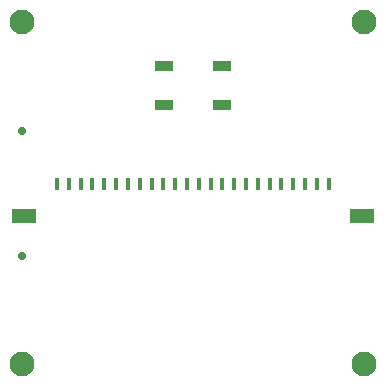
<source format=gts>
%TF.GenerationSoftware,KiCad,Pcbnew,7.0.7*%
%TF.CreationDate,2023-12-07T16:32:10+01:00*%
%TF.ProjectId,SensitiveSole,53656e73-6974-4697-9665-536f6c652e6b,1.0*%
%TF.SameCoordinates,Original*%
%TF.FileFunction,Soldermask,Top*%
%TF.FilePolarity,Negative*%
%FSLAX46Y46*%
G04 Gerber Fmt 4.6, Leading zero omitted, Abs format (unit mm)*
G04 Created by KiCad (PCBNEW 7.0.7) date 2023-12-07 16:32:10*
%MOMM*%
%LPD*%
G01*
G04 APERTURE LIST*
%ADD10C,2.100000*%
%ADD11R,0.400000X1.000000*%
%ADD12R,2.000000X1.300000*%
%ADD13R,1.500000X0.900000*%
%ADD14C,0.700000*%
G04 APERTURE END LIST*
D10*
%TO.C,REF\u002A\u002A*%
X122000014Y-118000000D03*
%TD*%
%TO.C,REF\u002A\u002A*%
X151000000Y-118000000D03*
%TD*%
D11*
%TO.C,FPC1*%
X125000000Y-102700000D03*
X126000000Y-102700000D03*
X127000000Y-102700000D03*
X128000000Y-102700000D03*
X129000000Y-102700000D03*
X130000000Y-102700000D03*
X131000000Y-102700000D03*
X132000000Y-102700000D03*
X133000000Y-102700000D03*
X134000000Y-102700000D03*
X135000000Y-102700000D03*
X136000000Y-102700000D03*
X137000000Y-102700000D03*
X138000000Y-102700000D03*
X139000000Y-102700000D03*
X140000000Y-102700000D03*
X141000000Y-102700000D03*
X142000000Y-102700000D03*
X143000000Y-102700000D03*
X144000000Y-102700000D03*
X145000000Y-102700000D03*
X146000000Y-102700000D03*
X147000000Y-102700000D03*
X148000000Y-102700000D03*
D12*
X122200000Y-105400000D03*
X150800000Y-105400000D03*
%TD*%
D13*
%TO.C,D1*%
X134050000Y-92700000D03*
X134050000Y-96000000D03*
X138950000Y-96000000D03*
X138950000Y-92700000D03*
%TD*%
D10*
%TO.C,REF\u002A\u002A*%
X151000000Y-88999986D03*
%TD*%
%TO.C,REF\u002A\u002A*%
X122000014Y-88999986D03*
%TD*%
D14*
%TO.C,BOTTOM_DF12*%
X122000014Y-98199986D03*
X122000014Y-108799986D03*
%TD*%
M02*

</source>
